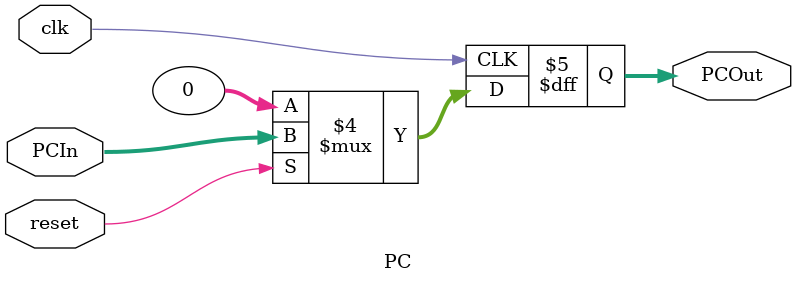
<source format=v>
`timescale 1ns / 1ps

module PC(
    input clk,
    input reset,
    input [31:0] PCIn,
    output reg [31:0] PCOut
    );
    always @ (posedge clk) begin
        PCOut[31:0] = reset == 0 ? 8'h00000000 : PCIn[31:0];
    end
endmodule

</source>
